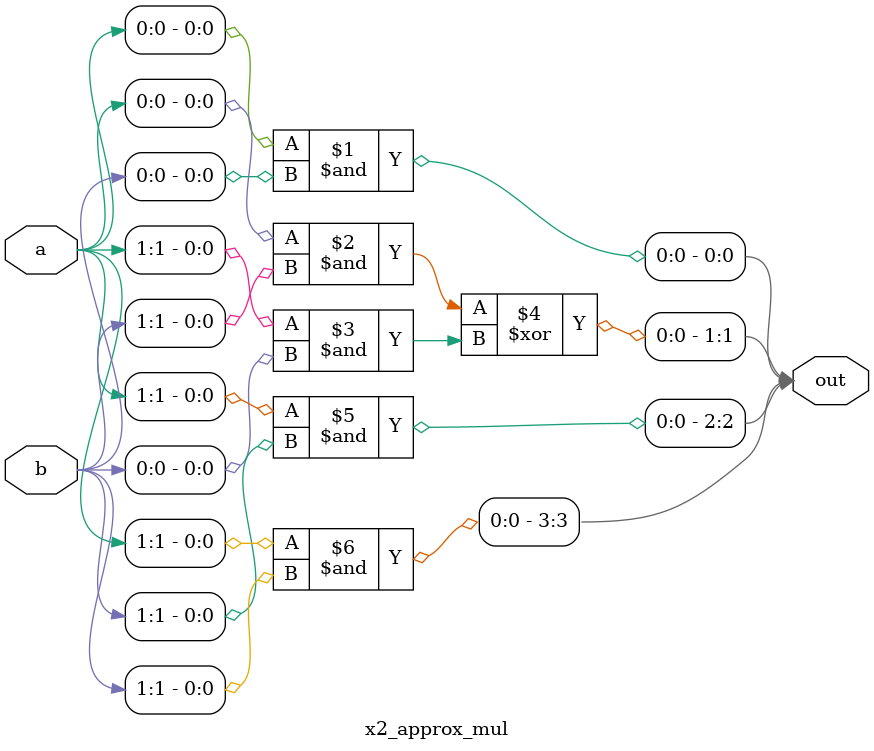
<source format=v>
/*
 *  Implements 2bit approximate multiplier
 *
 *  Authors: Marcus Meysel, Karel Rusy, Hakim Tayari
 *  Date: 2024-07-10
 *
 *  Permission to use, copy, modify, and/or distribute this software for any
 *  purpose with or without fee is hereby granted, provided that the above
 *  copyright notice and this permission notice appear in all copies.
 *
 *  THE SOFTWARE IS PROVIDED "AS IS" AND THE AUTHORS DISCLAIM ALL WARRANTIES
 *  WITH REGARD TO THIS SOFTWARE INCLUDING ALL IMPLIED WARRANTIES OF
 *  MERCHANTABILITY AND FITNESS. IN NO EVENT SHALL THE AUTHORS BE LIABLE FOR
 *  ANY SPECIAL, DIRECT, INDIRECT, OR CONSEQUENTIAL DAMAGES OR ANY DAMAGES
 *  WHATSOEVER RESULTING FROM LOSS OF USE, DATA OR PROFITS, WHETHER IN AN
 *  ACTION OF CONTRACT, NEGLIGENCE OR OTHER TORTIOUS ACTION, ARISING OUT OF
 *  OR IN CONNECTION WITH THE USE OR PERFORMANCE OF THIS SOFTWARE.
 *
 */


/*module x2_approx_mul ( // Accureate Module for testing
    
    input [1:0] a, // 2-bit input A
    input [1:0] b, // 2-bit input B
    output [3:0] out // 4-bit output result
);
    assign out = a*b;

endmodule
*/


module x2_approx_mul (

    input [1:0] a, // 2-bit input A
    input [1:0] b, // 2-bit input B
    output [3:0] out // 4-bit output result
);

assign out[0] = a[0] & b[0];
assign out[1] = (a[0] & b[1]) ^ (a[1] & b[0]);
assign out[2] = a[1] & b[1];
assign out[3] = a[1] & b[1];

endmodule

</source>
